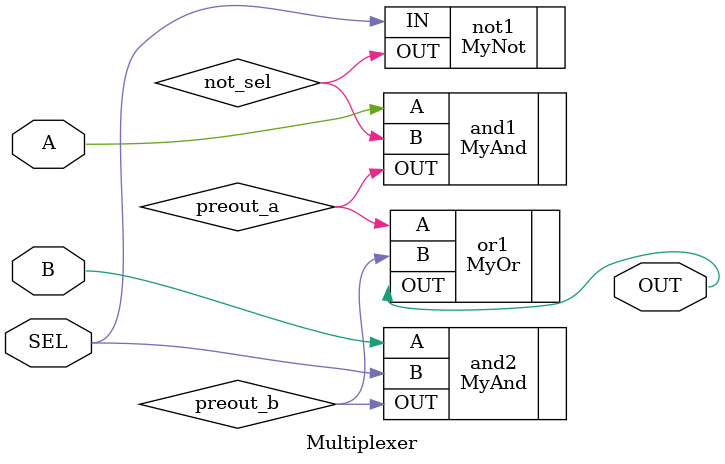
<source format=sv>
`ifndef __MULTIPLEXER__
`define __MULTIPLEXER__
`include "not.sv"
`include "or.sv"
`include "and.sv"
module Multiplexer(
  input A, B, SEL,
  output OUT);
  wire not_sel, preout_a, preout_b;

  MyNot not1(.IN(SEL), .OUT(not_sel));
  MyAnd and1(.A(A), .B(not_sel), .OUT(preout_a));
  MyAnd and2(.A(B), .B(SEL), .OUT(preout_b));
  MyOr or1(.A(preout_a), .B(preout_b), .OUT(OUT));
endmodule

//module Multiplexer(
//  input A, B, SEL,
//  output OUT);
//
//  assign out = (sel == 1'b0) ? a : b;
//endmodule
`endif

</source>
